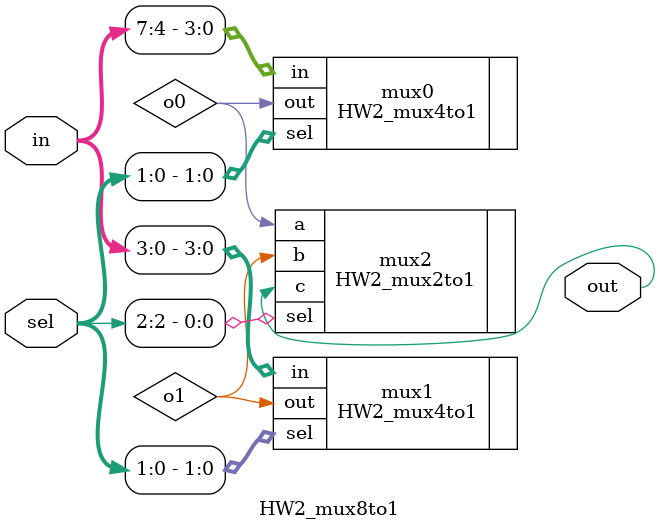
<source format=v>
module HW2_mux8to1 (in, sel, out);
    input [7:0] in;
    input [2:0] sel;
    output out;

    wire o0, o1;

    HW2_mux4to1 mux0(.in(in[7:4]), .sel(sel[1:0]), .out(o0));
    HW2_mux4to1 mux1(.in(in[3:0]), .sel(sel[1:0]), .out(o1));
    HW2_mux2to1 mux2(.a(o0), .b(o1), .sel(sel[2]), .c(out));

endmodule
</source>
